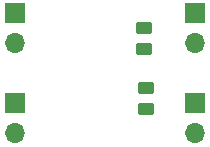
<source format=gbr>
%TF.GenerationSoftware,KiCad,Pcbnew,6.0.7-f9a2dced07~116~ubuntu20.04.1*%
%TF.CreationDate,2022-10-31T14:47:35+01:00*%
%TF.ProjectId,sht40_board,73687434-305f-4626-9f61-72642e6b6963,rev?*%
%TF.SameCoordinates,Original*%
%TF.FileFunction,Soldermask,Bot*%
%TF.FilePolarity,Negative*%
%FSLAX46Y46*%
G04 Gerber Fmt 4.6, Leading zero omitted, Abs format (unit mm)*
G04 Created by KiCad (PCBNEW 6.0.7-f9a2dced07~116~ubuntu20.04.1) date 2022-10-31 14:47:35*
%MOMM*%
%LPD*%
G01*
G04 APERTURE LIST*
G04 Aperture macros list*
%AMRoundRect*
0 Rectangle with rounded corners*
0 $1 Rounding radius*
0 $2 $3 $4 $5 $6 $7 $8 $9 X,Y pos of 4 corners*
0 Add a 4 corners polygon primitive as box body*
4,1,4,$2,$3,$4,$5,$6,$7,$8,$9,$2,$3,0*
0 Add four circle primitives for the rounded corners*
1,1,$1+$1,$2,$3*
1,1,$1+$1,$4,$5*
1,1,$1+$1,$6,$7*
1,1,$1+$1,$8,$9*
0 Add four rect primitives between the rounded corners*
20,1,$1+$1,$2,$3,$4,$5,0*
20,1,$1+$1,$4,$5,$6,$7,0*
20,1,$1+$1,$6,$7,$8,$9,0*
20,1,$1+$1,$8,$9,$2,$3,0*%
G04 Aperture macros list end*
%ADD10R,1.700000X1.700000*%
%ADD11O,1.700000X1.700000*%
%ADD12RoundRect,0.250000X-0.450000X0.262500X-0.450000X-0.262500X0.450000X-0.262500X0.450000X0.262500X0*%
%ADD13RoundRect,0.250000X0.450000X-0.262500X0.450000X0.262500X-0.450000X0.262500X-0.450000X-0.262500X0*%
G04 APERTURE END LIST*
D10*
%TO.C,J4*%
X137160000Y-73660000D03*
D11*
X137160000Y-76200000D03*
%TD*%
D12*
%TO.C,R2*%
X148082000Y-67263000D03*
X148082000Y-69088000D03*
%TD*%
D13*
%TO.C,R1*%
X148209000Y-74168000D03*
X148209000Y-72343000D03*
%TD*%
D10*
%TO.C,J1*%
X152400000Y-66040000D03*
D11*
X152400000Y-68580000D03*
%TD*%
D10*
%TO.C,J3*%
X137160000Y-66040000D03*
D11*
X137160000Y-68580000D03*
%TD*%
D10*
%TO.C,J2*%
X152400000Y-73660000D03*
D11*
X152400000Y-76200000D03*
%TD*%
M02*

</source>
